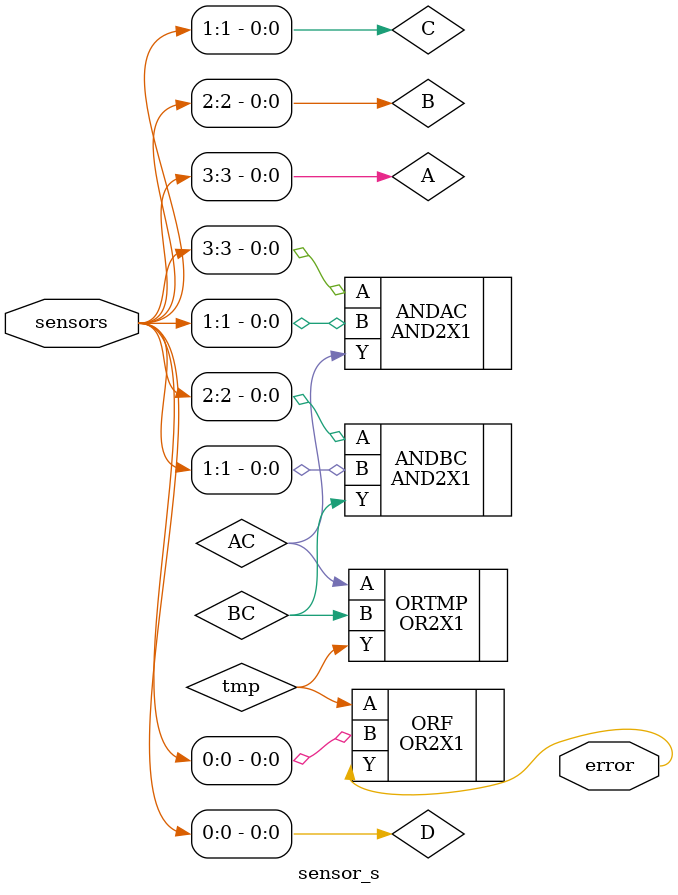
<source format=sv>

module sensor_s(input logic [3:0] sensors, output logic error);
	//F = AC + BC + D
	//ABCD 3210
	logic A, B, C, D;
	assign A = sensors[3];
	assign B = sensors[2];
	assign C = sensors[1];
	assign D = sensors[0];
	
	logic AC, BC;
	AND2X1 ANDAC(.A(A), .B(C), .Y(AC));
	AND2X1 ANDBC(.A(B), .B(C), .Y(BC));

	logic tmp;
	OR2X1 ORTMP(.A(AC), .B(BC), .Y(tmp));
	OR2X1 ORF(.A(tmp), .B(D), .Y(error));
endmodule

</source>
